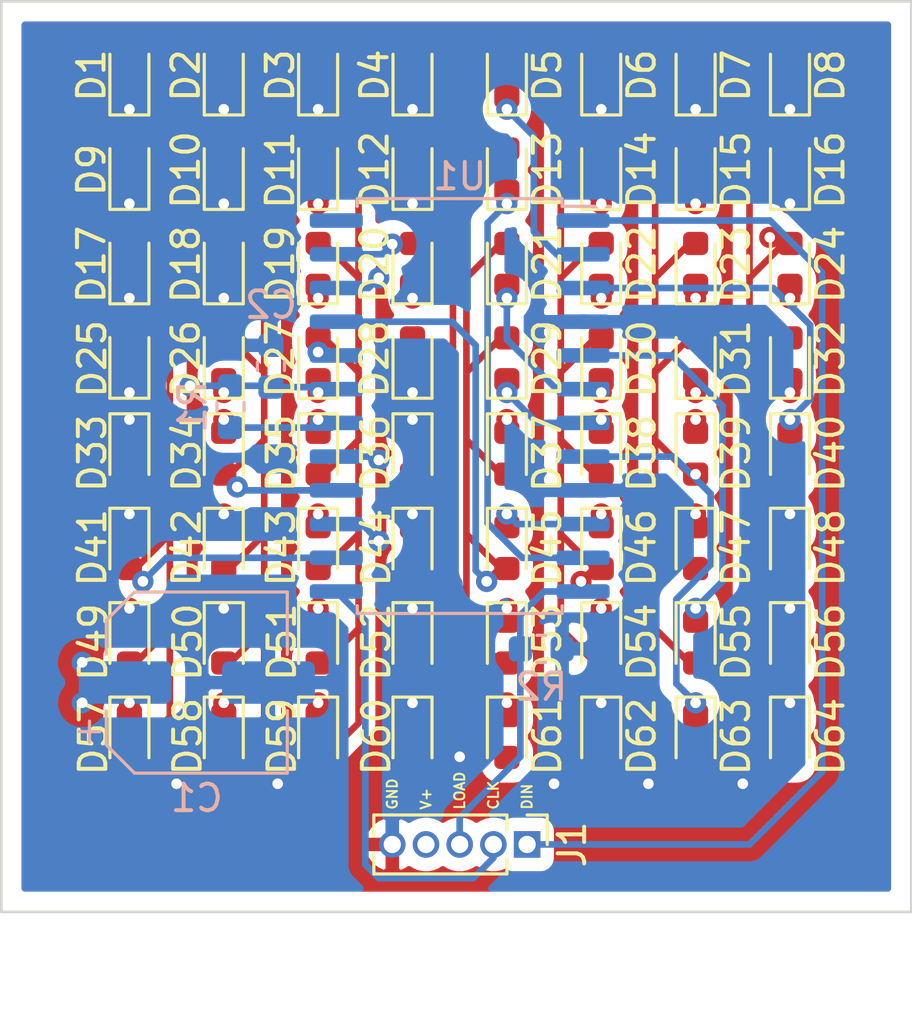
<source format=kicad_pcb>
(kicad_pcb (version 20171130) (host pcbnew 5.1.6)
  (layers (0 F.Cu signal) (1 In1.Cu signal) (2 In2.Cu power) (31 B.Cu signal) (34 B.Paste user) (35 F.Paste user) (36 B.SilkS user) (37 F.SilkS user) (38 B.Mask user) (39 F.Mask user) (44 Edge.Cuts user))
  (net 0 "")
  (net 1 GND)
  (net 2 +5V)
  (net 3 /matr0)
  (net 4 /matc0)
  (net 5 /matc1)
  (net 6 /matc2)
  (net 7 /matc3)
  (net 8 /matc4)
  (net 9 /matc5)
  (net 10 /matc6)
  (net 11 /matc7)
  (net 12 /matr1)
  (net 13 /matr2)
  (net 14 /matr3)
  (net 15 /matr4)
  (net 16 /matr5)
  (net 17 /matr6)
  (net 18 /matr7)
  (net 19 LOAD)
  (net 20 CLK)
  (net 21 DIN)
  (net 22 "Net-(R1-Pad2)")
  (module Package_SO:SOP-24_7.5x15.4mm_P1.27mm (layer B.Cu) (at 151.384 98.552 180)
    (fp_text reference U1 (at 0 8.65) (layer B.SilkS) (effects (justify mirror)))
    (fp_text value MAX7219)
    (pad 24 smd roundrect (at 4.65 6.985 180) (size 2 0.55) (layers B.Cu B.Paste B.Mask))
    (pad 23 smd roundrect (at 4.65 5.715 180) (size 2 0.55) (layers B.Cu B.Paste B.Mask) (net 7 /matc3))
    (pad 22 smd roundrect (at 4.65 4.445 180) (size 2 0.55) (layers B.Cu B.Paste B.Mask) (net 11 /matc7))
    (pad 21 smd roundrect (at 4.65 3.175 180) (size 2 0.55) (layers B.Cu B.Paste B.Mask) (net 8 /matc4))
    (pad 20 smd roundrect (at 4.65 1.905 180) (size 2 0.55) (layers B.Cu B.Paste B.Mask) (net 6 /matc2))
    (pad 19 smd roundrect (at 4.65 0.635 180) (size 2 0.55) (layers B.Cu B.Paste B.Mask) (net 2 +5V))
    (pad 18 smd roundrect (at 4.65 -0.635 180) (size 2 0.55) (layers B.Cu B.Paste B.Mask) (net 22 "Net-(R1-Pad2)"))
    (pad 17 smd roundrect (at 4.65 -1.905 180) (size 2 0.55) (layers B.Cu B.Paste B.Mask) (net 10 /matc6))
    (pad 16 smd roundrect (at 4.65 -3.175 180) (size 2 0.55) (layers B.Cu B.Paste B.Mask) (net 5 /matc1))
    (pad 15 smd roundrect (at 4.65 -4.445 180) (size 2 0.55) (layers B.Cu B.Paste B.Mask) (net 9 /matc5))
    (pad 14 smd roundrect (at 4.65 -5.715 180) (size 2 0.55) (layers B.Cu B.Paste B.Mask) (net 4 /matc0))
    (pad 13 smd roundrect (at 4.65 -6.985 180) (size 2 0.55) (layers B.Cu B.Paste B.Mask) (net 20 CLK))
    (pad 12 smd roundrect (at -4.65 -6.985 180) (size 2 0.55) (layers B.Cu B.Paste B.Mask) (net 19 LOAD))
    (pad 11 smd roundrect (at -4.65 -5.715 180) (size 2 0.55) (layers B.Cu B.Paste B.Mask) (net 12 /matr1))
    (pad 10 smd roundrect (at -4.65 -4.445 180) (size 2 0.55) (layers B.Cu B.Paste B.Mask) (net 16 /matr5))
    (pad 9 smd roundrect (at -4.65 -3.175 180) (size 2 0.55) (layers B.Cu B.Paste B.Mask) (net 1 GND))
    (pad 8 smd roundrect (at -4.65 -1.905 180) (size 2 0.55) (layers B.Cu B.Paste B.Mask) (net 18 /matr7))
    (pad 7 smd roundrect (at -4.65 -0.635 180) (size 2 0.55) (layers B.Cu B.Paste B.Mask) (net 14 /matr3))
    (pad 6 smd roundrect (at -4.65 0.635 180) (size 2 0.55) (layers B.Cu B.Paste B.Mask) (net 13 /matr2))
    (pad 5 smd roundrect (at -4.65 1.905 180) (size 2 0.55) (layers B.Cu B.Paste B.Mask) (net 17 /matr6))
    (pad 4 smd roundrect (at -4.65 3.175 180) (size 2 0.55) (layers B.Cu B.Paste B.Mask) (net 1 GND))
    (pad 3 smd roundrect (at -4.65 4.445 180) (size 2 0.55) (layers B.Cu B.Paste B.Mask) (net 15 /matr4))
    (pad 2 smd roundrect (at -4.65 5.715 180) (size 2 0.55) (layers B.Cu B.Paste B.Mask) (net 3 /matr0))
    (pad 1 smd roundrect (at -4.65 6.985 180) (size 2 0.55) (layers B.Cu B.Paste B.Mask) (net 21 DIN))
  )
  (module Connector_PinHeader_1.27mm:PinHeader_1x05_P1.27mm_Vertical (layer F.Cu) (at 153.924 115.062 270)
    (fp_text reference J1 (at 0 -1.695 90) (layer F.SilkS))
    (fp_text value Conn_01x05_Male)
    (pad 5 thru_hole oval (at 0 5.08 270) (size 1 1) (drill 0.65) (layers *.Cu *.Mask) (net 1 GND))
    (pad 4 thru_hole oval (at 0 3.81 270) (size 1 1) (drill 0.65) (layers *.Cu *.Mask) (net 2 +5V))
    (pad 3 thru_hole oval (at 0 2.54 270) (size 1 1) (drill 0.65) (layers *.Cu *.Mask) (net 19 LOAD))
    (pad 2 thru_hole oval (at 0 1.27 270) (size 1 1) (drill 0.65) (layers *.Cu *.Mask) (net 20 CLK))
    (pad 1 thru_hole rect (at 0 0 270) (size 1 1) (drill 0.65) (layers *.Cu *.Mask) (net 21 DIN))
  )
  (module Capacitor_SMD:C_0603_1608Metric (layer B.Cu) (at 144.272 97.0535 90)
    (fp_text reference C2 (at 2.3115 0 180) (layer B.SilkS) (effects (justify mirror)))
    (fp_text value 100nF)
    (pad 2 smd roundrect (at 0.7875 0 90) (size 0.875 0.95) (layers B.Cu B.Paste B.Mask) (net 1 GND))
    (pad 1 smd roundrect (at -0.7875 0 90) (size 0.875 0.95) (layers B.Cu B.Paste B.Mask) (net 2 +5V))
  )
  (module Capacitor_SMD:CP_Elec_6.3x3 (layer B.Cu) (at 141.478 108.966)
    (fp_text reference C1 (at 0 4.35) (layer B.SilkS) (effects (justify mirror)))
    (fp_text value 10uF)
    (pad 2 smd roundrect (at 2.7 0) (size 3.5 1.6) (layers B.Cu B.Paste B.Mask) (roundrect_rratio 0.15625) (net 1 GND))
    (pad 1 smd roundrect (at -2.7 0) (size 3.5 1.6) (layers B.Cu B.Paste B.Mask) (roundrect_rratio 0.15625) (net 2 +5V))
  )
  (module LED_SMD:LED_0603_1608Metric (layer F.Cu) (at 138.938 86.106 90)
    (fp_text reference D1 (at 0 -1.43 90) (layer F.SilkS))
    (fp_text value LED)
    (pad 1 smd roundrect (at -0.7875 0 90) (size 0.875 0.95) (layers F.Cu F.Paste F.Mask) (net 3 /matr0))
    (pad 2 smd roundrect (at 0.7875 0 90) (size 0.875 0.95) (layers F.Cu F.Paste F.Mask) (net 4 /matc0))
  )
  (module LED_SMD:LED_0603_1608Metric (layer F.Cu) (at 142.494 86.106 90)
    (fp_text reference D2 (at 0 -1.43 90) (layer F.SilkS))
    (fp_text value LED)
    (pad 2 smd roundrect (at 0.7875 0 90) (size 0.875 0.95) (layers F.Cu F.Paste F.Mask) (net 5 /matc1))
    (pad 1 smd roundrect (at -0.7875 0 90) (size 0.875 0.95) (layers F.Cu F.Paste F.Mask) (net 3 /matr0))
  )
  (module LED_SMD:LED_0603_1608Metric (layer F.Cu) (at 146.05 86.106 90)
    (fp_text reference D3 (at 0 -1.43 90) (layer F.SilkS))
    (fp_text value LED)
    (pad 1 smd roundrect (at -0.7875 0 90) (size 0.875 0.95) (layers F.Cu F.Paste F.Mask) (net 3 /matr0))
    (pad 2 smd roundrect (at 0.7875 0 90) (size 0.875 0.95) (layers F.Cu F.Paste F.Mask) (net 6 /matc2))
  )
  (module LED_SMD:LED_0603_1608Metric (layer F.Cu) (at 149.606 86.106 90)
    (fp_text reference D4 (at 0 -1.43 90) (layer F.SilkS))
    (fp_text value LED)
    (pad 1 smd roundrect (at -0.7875 0 90) (size 0.875 0.95) (layers F.Cu F.Paste F.Mask) (net 3 /matr0))
    (pad 2 smd roundrect (at 0.7875 0 90) (size 0.875 0.95) (layers F.Cu F.Paste F.Mask) (net 7 /matc3))
  )
  (module LED_SMD:LED_0603_1608Metric (layer F.Cu) (at 153.162 86.106 90)
    (fp_text reference D5 (at 0 1.524 90) (layer F.SilkS))
    (fp_text value LED)
    (pad 1 smd roundrect (at -0.7875 0 90) (size 0.875 0.95) (layers F.Cu F.Paste F.Mask) (net 3 /matr0))
    (pad 2 smd roundrect (at 0.7875 0 90) (size 0.875 0.95) (layers F.Cu F.Paste F.Mask) (net 8 /matc4))
  )
  (module LED_SMD:LED_0603_1608Metric (layer F.Cu) (at 156.718 86.106 90)
    (fp_text reference D6 (at 0 1.524 90) (layer F.SilkS))
    (fp_text value LED)
    (pad 2 smd roundrect (at 0.7875 0 90) (size 0.875 0.95) (layers F.Cu F.Paste F.Mask) (net 9 /matc5))
    (pad 1 smd roundrect (at -0.7875 0 90) (size 0.875 0.95) (layers F.Cu F.Paste F.Mask) (net 3 /matr0))
  )
  (module LED_SMD:LED_0603_1608Metric (layer F.Cu) (at 160.274 86.106 90)
    (fp_text reference D7 (at 0 1.524 90) (layer F.SilkS))
    (fp_text value LED)
    (pad 1 smd roundrect (at -0.7875 0 90) (size 0.875 0.95) (layers F.Cu F.Paste F.Mask) (net 3 /matr0))
    (pad 2 smd roundrect (at 0.7875 0 90) (size 0.875 0.95) (layers F.Cu F.Paste F.Mask) (net 10 /matc6))
  )
  (module LED_SMD:LED_0603_1608Metric (layer F.Cu) (at 163.83 86.106 90)
    (fp_text reference D8 (at 0 1.524 90) (layer F.SilkS))
    (fp_text value LED)
    (pad 2 smd roundrect (at 0.7875 0 90) (size 0.875 0.95) (layers F.Cu F.Paste F.Mask) (net 11 /matc7))
    (pad 1 smd roundrect (at -0.7875 0 90) (size 0.875 0.95) (layers F.Cu F.Paste F.Mask) (net 3 /matr0))
  )
  (module LED_SMD:LED_0603_1608Metric (layer F.Cu) (at 138.938 89.662 90)
    (fp_text reference D9 (at 0 -1.43 90) (layer F.SilkS))
    (fp_text value LED)
    (pad 1 smd roundrect (at -0.7875 0 90) (size 0.875 0.95) (layers F.Cu F.Paste F.Mask) (net 12 /matr1))
    (pad 2 smd roundrect (at 0.7875 0 90) (size 0.875 0.95) (layers F.Cu F.Paste F.Mask) (net 4 /matc0))
  )
  (module LED_SMD:LED_0603_1608Metric (layer F.Cu) (at 142.494 89.662 90)
    (fp_text reference D10 (at 0 -1.43 90) (layer F.SilkS))
    (fp_text value LED)
    (pad 2 smd roundrect (at 0.7875 0 90) (size 0.875 0.95) (layers F.Cu F.Paste F.Mask) (net 5 /matc1))
    (pad 1 smd roundrect (at -0.7875 0 90) (size 0.875 0.95) (layers F.Cu F.Paste F.Mask) (net 12 /matr1))
  )
  (module LED_SMD:LED_0603_1608Metric (layer F.Cu) (at 146.05 89.662 90)
    (fp_text reference D11 (at 0 -1.43 90) (layer F.SilkS))
    (fp_text value LED)
    (pad 1 smd roundrect (at -0.7875 0 90) (size 0.875 0.95) (layers F.Cu F.Paste F.Mask) (net 12 /matr1))
    (pad 2 smd roundrect (at 0.7875 0 90) (size 0.875 0.95) (layers F.Cu F.Paste F.Mask) (net 6 /matc2))
  )
  (module LED_SMD:LED_0603_1608Metric (layer F.Cu) (at 149.606 89.662 90)
    (fp_text reference D12 (at 0 -1.43 90) (layer F.SilkS))
    (fp_text value LED)
    (pad 1 smd roundrect (at -0.7875 0 90) (size 0.875 0.95) (layers F.Cu F.Paste F.Mask) (net 12 /matr1))
    (pad 2 smd roundrect (at 0.7875 0 90) (size 0.875 0.95) (layers F.Cu F.Paste F.Mask) (net 7 /matc3))
  )
  (module LED_SMD:LED_0603_1608Metric (layer F.Cu) (at 153.162 89.662 90)
    (fp_text reference D13 (at 0 1.524 90) (layer F.SilkS))
    (fp_text value LED)
    (pad 2 smd roundrect (at 0.7875 0 90) (size 0.875 0.95) (layers F.Cu F.Paste F.Mask) (net 8 /matc4))
    (pad 1 smd roundrect (at -0.7875 0 90) (size 0.875 0.95) (layers F.Cu F.Paste F.Mask) (net 12 /matr1))
  )
  (module LED_SMD:LED_0603_1608Metric (layer F.Cu) (at 156.718 89.662 90)
    (fp_text reference D14 (at 0 1.524 90) (layer F.SilkS))
    (fp_text value LED)
    (pad 1 smd roundrect (at -0.7875 0 90) (size 0.875 0.95) (layers F.Cu F.Paste F.Mask) (net 12 /matr1))
    (pad 2 smd roundrect (at 0.7875 0 90) (size 0.875 0.95) (layers F.Cu F.Paste F.Mask) (net 9 /matc5))
  )
  (module LED_SMD:LED_0603_1608Metric (layer F.Cu) (at 160.274 89.662 90)
    (fp_text reference D15 (at 0 1.524 90) (layer F.SilkS))
    (fp_text value LED)
    (pad 2 smd roundrect (at 0.7875 0 90) (size 0.875 0.95) (layers F.Cu F.Paste F.Mask) (net 10 /matc6))
    (pad 1 smd roundrect (at -0.7875 0 90) (size 0.875 0.95) (layers F.Cu F.Paste F.Mask) (net 12 /matr1))
  )
  (module LED_SMD:LED_0603_1608Metric (layer F.Cu) (at 163.83 89.662 90)
    (fp_text reference D16 (at 0 1.524 90) (layer F.SilkS))
    (fp_text value LED)
    (pad 1 smd roundrect (at -0.7875 0 90) (size 0.875 0.95) (layers F.Cu F.Paste F.Mask) (net 12 /matr1))
    (pad 2 smd roundrect (at 0.7875 0 90) (size 0.875 0.95) (layers F.Cu F.Paste F.Mask) (net 11 /matc7))
  )
  (module LED_SMD:LED_0603_1608Metric (layer F.Cu) (at 138.938 93.218 90)
    (fp_text reference D17 (at 0 -1.43 90) (layer F.SilkS))
    (fp_text value LED)
    (pad 1 smd roundrect (at -0.7875 0 90) (size 0.875 0.95) (layers F.Cu F.Paste F.Mask) (net 13 /matr2))
    (pad 2 smd roundrect (at 0.7875 0 90) (size 0.875 0.95) (layers F.Cu F.Paste F.Mask) (net 4 /matc0))
  )
  (module LED_SMD:LED_0603_1608Metric (layer F.Cu) (at 142.494 93.218 90)
    (fp_text reference D18 (at 0 -1.43 90) (layer F.SilkS))
    (fp_text value LED)
    (pad 2 smd roundrect (at 0.7875 0 90) (size 0.875 0.95) (layers F.Cu F.Paste F.Mask) (net 5 /matc1))
    (pad 1 smd roundrect (at -0.7875 0 90) (size 0.875 0.95) (layers F.Cu F.Paste F.Mask) (net 13 /matr2))
  )
  (module LED_SMD:LED_0603_1608Metric (layer F.Cu) (at 146.05 93.218 90)
    (fp_text reference D19 (at 0 -1.43 90) (layer F.SilkS))
    (fp_text value LED)
    (pad 1 smd roundrect (at -0.7875 0 90) (size 0.875 0.95) (layers F.Cu F.Paste F.Mask) (net 13 /matr2))
    (pad 2 smd roundrect (at 0.7875 0 90) (size 0.875 0.95) (layers F.Cu F.Paste F.Mask) (net 6 /matc2))
  )
  (module LED_SMD:LED_0603_1608Metric (layer F.Cu) (at 149.606 93.218 90)
    (fp_text reference D20 (at 0 -1.43 90) (layer F.SilkS))
    (fp_text value LED)
    (pad 2 smd roundrect (at 0.7875 0 90) (size 0.875 0.95) (layers F.Cu F.Paste F.Mask) (net 7 /matc3))
    (pad 1 smd roundrect (at -0.7875 0 90) (size 0.875 0.95) (layers F.Cu F.Paste F.Mask) (net 13 /matr2))
  )
  (module LED_SMD:LED_0603_1608Metric (layer F.Cu) (at 153.162 93.218 90)
    (fp_text reference D21 (at 0 1.524 90) (layer F.SilkS))
    (fp_text value LED)
    (pad 1 smd roundrect (at -0.7875 0 90) (size 0.875 0.95) (layers F.Cu F.Paste F.Mask) (net 13 /matr2))
    (pad 2 smd roundrect (at 0.7875 0 90) (size 0.875 0.95) (layers F.Cu F.Paste F.Mask) (net 8 /matc4))
  )
  (module LED_SMD:LED_0603_1608Metric (layer F.Cu) (at 156.718 93.218 90)
    (fp_text reference D22 (at 0 1.524 90) (layer F.SilkS))
    (fp_text value LED)
    (pad 2 smd roundrect (at 0.7875 0 90) (size 0.875 0.95) (layers F.Cu F.Paste F.Mask) (net 9 /matc5))
    (pad 1 smd roundrect (at -0.7875 0 90) (size 0.875 0.95) (layers F.Cu F.Paste F.Mask) (net 13 /matr2))
  )
  (module LED_SMD:LED_0603_1608Metric (layer F.Cu) (at 160.274 93.218 90)
    (fp_text reference D23 (at 0 1.524 90) (layer F.SilkS))
    (fp_text value LED)
    (pad 1 smd roundrect (at -0.7875 0 90) (size 0.875 0.95) (layers F.Cu F.Paste F.Mask) (net 13 /matr2))
    (pad 2 smd roundrect (at 0.7875 0 90) (size 0.875 0.95) (layers F.Cu F.Paste F.Mask) (net 10 /matc6))
  )
  (module LED_SMD:LED_0603_1608Metric (layer F.Cu) (at 163.83 93.218 90)
    (fp_text reference D24 (at 0 1.524 90) (layer F.SilkS))
    (fp_text value LED)
    (pad 1 smd roundrect (at -0.7875 0 90) (size 0.875 0.95) (layers F.Cu F.Paste F.Mask) (net 13 /matr2))
    (pad 2 smd roundrect (at 0.7875 0 90) (size 0.875 0.95) (layers F.Cu F.Paste F.Mask) (net 11 /matc7))
  )
  (module LED_SMD:LED_0603_1608Metric (layer F.Cu) (at 138.938 96.774 90)
    (fp_text reference D25 (at 0 -1.397 90) (layer F.SilkS))
    (fp_text value LED)
    (pad 2 smd roundrect (at 0.7875 0 90) (size 0.875 0.95) (layers F.Cu F.Paste F.Mask) (net 4 /matc0))
    (pad 1 smd roundrect (at -0.7875 0 90) (size 0.875 0.95) (layers F.Cu F.Paste F.Mask) (net 14 /matr3))
  )
  (module LED_SMD:LED_0603_1608Metric (layer F.Cu) (at 142.494 96.774 90)
    (fp_text reference D26 (at 0 -1.43 90) (layer F.SilkS))
    (fp_text value LED)
    (pad 1 smd roundrect (at -0.7875 0 90) (size 0.875 0.95) (layers F.Cu F.Paste F.Mask) (net 14 /matr3))
    (pad 2 smd roundrect (at 0.7875 0 90) (size 0.875 0.95) (layers F.Cu F.Paste F.Mask) (net 5 /matc1))
  )
  (module LED_SMD:LED_0603_1608Metric (layer F.Cu) (at 146.05 96.774 90)
    (fp_text reference D27 (at 0 -1.43 90) (layer F.SilkS))
    (fp_text value LED)
    (pad 2 smd roundrect (at 0.7875 0 90) (size 0.875 0.95) (layers F.Cu F.Paste F.Mask) (net 6 /matc2))
    (pad 1 smd roundrect (at -0.7875 0 90) (size 0.875 0.95) (layers F.Cu F.Paste F.Mask) (net 14 /matr3))
  )
  (module LED_SMD:LED_0603_1608Metric (layer F.Cu) (at 149.606 96.774 90)
    (fp_text reference D28 (at 0 -1.43 90) (layer F.SilkS))
    (fp_text value LED)
    (pad 1 smd roundrect (at -0.7875 0 90) (size 0.875 0.95) (layers F.Cu F.Paste F.Mask) (net 14 /matr3))
    (pad 2 smd roundrect (at 0.7875 0 90) (size 0.875 0.95) (layers F.Cu F.Paste F.Mask) (net 7 /matc3))
  )
  (module LED_SMD:LED_0603_1608Metric (layer F.Cu) (at 153.162 96.774 90)
    (fp_text reference D29 (at 0 1.524 90) (layer F.SilkS))
    (fp_text value LED)
    (pad 1 smd roundrect (at -0.7875 0 90) (size 0.875 0.95) (layers F.Cu F.Paste F.Mask) (net 14 /matr3))
    (pad 2 smd roundrect (at 0.7875 0 90) (size 0.875 0.95) (layers F.Cu F.Paste F.Mask) (net 8 /matc4))
  )
  (module LED_SMD:LED_0603_1608Metric (layer F.Cu) (at 156.718 96.774 90)
    (fp_text reference D30 (at 0 1.524 90) (layer F.SilkS))
    (fp_text value LED)
    (pad 2 smd roundrect (at 0.7875 0 90) (size 0.875 0.95) (layers F.Cu F.Paste F.Mask) (net 9 /matc5))
    (pad 1 smd roundrect (at -0.7875 0 90) (size 0.875 0.95) (layers F.Cu F.Paste F.Mask) (net 14 /matr3))
  )
  (module LED_SMD:LED_0603_1608Metric (layer F.Cu) (at 160.274 96.774 90)
    (fp_text reference D31 (at 0 1.524 90) (layer F.SilkS))
    (fp_text value LED)
    (pad 1 smd roundrect (at -0.7875 0 90) (size 0.875 0.95) (layers F.Cu F.Paste F.Mask) (net 14 /matr3))
    (pad 2 smd roundrect (at 0.7875 0 90) (size 0.875 0.95) (layers F.Cu F.Paste F.Mask) (net 10 /matc6))
  )
  (module LED_SMD:LED_0603_1608Metric (layer F.Cu) (at 163.83 96.774 90)
    (fp_text reference D32 (at 0 1.524 90) (layer F.SilkS))
    (fp_text value LED)
    (pad 2 smd roundrect (at 0.7875 0 90) (size 0.875 0.95) (layers F.Cu F.Paste F.Mask) (net 11 /matc7))
    (pad 1 smd roundrect (at -0.7875 0 90) (size 0.875 0.95) (layers F.Cu F.Paste F.Mask) (net 14 /matr3))
  )
  (module LED_SMD:LED_0603_1608Metric (layer F.Cu) (at 138.938 100.33 270)
    (fp_text reference D33 (at 0 1.397 270) (layer F.SilkS))
    (fp_text value LED)
    (pad 1 smd roundrect (at -0.7875 0 270) (size 0.875 0.95) (layers F.Cu F.Paste F.Mask) (net 15 /matr4))
    (pad 2 smd roundrect (at 0.7875 0 270) (size 0.875 0.95) (layers F.Cu F.Paste F.Mask) (net 4 /matc0))
  )
  (module LED_SMD:LED_0603_1608Metric (layer F.Cu) (at 142.494 100.33 270)
    (fp_text reference D34 (at 0 1.397 90) (layer F.SilkS))
    (fp_text value LED)
    (pad 2 smd roundrect (at 0.7875 0 270) (size 0.875 0.95) (layers F.Cu F.Paste F.Mask) (net 5 /matc1))
    (pad 1 smd roundrect (at -0.7875 0 270) (size 0.875 0.95) (layers F.Cu F.Paste F.Mask) (net 15 /matr4))
  )
  (module LED_SMD:LED_0603_1608Metric (layer F.Cu) (at 146.05 100.33 270)
    (fp_text reference D35 (at 0 1.397 90) (layer F.SilkS))
    (fp_text value LED)
    (pad 1 smd roundrect (at -0.7875 0 270) (size 0.875 0.95) (layers F.Cu F.Paste F.Mask) (net 15 /matr4))
    (pad 2 smd roundrect (at 0.7875 0 270) (size 0.875 0.95) (layers F.Cu F.Paste F.Mask) (net 6 /matc2))
  )
  (module LED_SMD:LED_0603_1608Metric (layer F.Cu) (at 149.606 100.33 270)
    (fp_text reference D36 (at 0 1.397 90) (layer F.SilkS))
    (fp_text value LED)
    (pad 2 smd roundrect (at 0.7875 0 270) (size 0.875 0.95) (layers F.Cu F.Paste F.Mask) (net 7 /matc3))
    (pad 1 smd roundrect (at -0.7875 0 270) (size 0.875 0.95) (layers F.Cu F.Paste F.Mask) (net 15 /matr4))
  )
  (module LED_SMD:LED_0603_1608Metric (layer F.Cu) (at 153.162 100.33 270)
    (fp_text reference D37 (at 0 -1.524 90) (layer F.SilkS))
    (fp_text value LED)
    (pad 2 smd roundrect (at 0.7875 0 270) (size 0.875 0.95) (layers F.Cu F.Paste F.Mask) (net 8 /matc4))
    (pad 1 smd roundrect (at -0.7875 0 270) (size 0.875 0.95) (layers F.Cu F.Paste F.Mask) (net 15 /matr4))
  )
  (module LED_SMD:LED_0603_1608Metric (layer F.Cu) (at 156.718 100.33 270)
    (fp_text reference D38 (at 0 -1.524 90) (layer F.SilkS))
    (fp_text value LED)
    (pad 1 smd roundrect (at -0.7875 0 270) (size 0.875 0.95) (layers F.Cu F.Paste F.Mask) (net 15 /matr4))
    (pad 2 smd roundrect (at 0.7875 0 270) (size 0.875 0.95) (layers F.Cu F.Paste F.Mask) (net 9 /matc5))
  )
  (module LED_SMD:LED_0603_1608Metric (layer F.Cu) (at 160.274 100.33 270)
    (fp_text reference D39 (at 0 -1.524 90) (layer F.SilkS))
    (fp_text value LED)
    (pad 2 smd roundrect (at 0.7875 0 270) (size 0.875 0.95) (layers F.Cu F.Paste F.Mask) (net 10 /matc6))
    (pad 1 smd roundrect (at -0.7875 0 270) (size 0.875 0.95) (layers F.Cu F.Paste F.Mask) (net 15 /matr4))
  )
  (module LED_SMD:LED_0603_1608Metric (layer F.Cu) (at 163.83 100.33 270)
    (fp_text reference D40 (at 0 -1.524 90) (layer F.SilkS))
    (fp_text value LED)
    (pad 1 smd roundrect (at -0.7875 0 270) (size 0.875 0.95) (layers F.Cu F.Paste F.Mask) (net 15 /matr4))
    (pad 2 smd roundrect (at 0.7875 0 270) (size 0.875 0.95) (layers F.Cu F.Paste F.Mask) (net 11 /matc7))
  )
  (module LED_SMD:LED_0603_1608Metric (layer F.Cu) (at 138.938 103.886 270)
    (fp_text reference D41 (at 0 1.397 90) (layer F.SilkS))
    (fp_text value LED)
    (pad 2 smd roundrect (at 0.7875 0 270) (size 0.875 0.95) (layers F.Cu F.Paste F.Mask) (net 4 /matc0))
    (pad 1 smd roundrect (at -0.7875 0 270) (size 0.875 0.95) (layers F.Cu F.Paste F.Mask) (net 16 /matr5))
  )
  (module LED_SMD:LED_0603_1608Metric (layer F.Cu) (at 142.494 103.886 270)
    (fp_text reference D42 (at 0 1.397 90) (layer F.SilkS))
    (fp_text value LED)
    (pad 1 smd roundrect (at -0.7875 0 270) (size 0.875 0.95) (layers F.Cu F.Paste F.Mask) (net 16 /matr5))
    (pad 2 smd roundrect (at 0.7875 0 270) (size 0.875 0.95) (layers F.Cu F.Paste F.Mask) (net 5 /matc1))
  )
  (module LED_SMD:LED_0603_1608Metric (layer F.Cu) (at 146.05 103.886 270)
    (fp_text reference D43 (at 0 1.397 90) (layer F.SilkS))
    (fp_text value LED)
    (pad 2 smd roundrect (at 0.7875 0 270) (size 0.875 0.95) (layers F.Cu F.Paste F.Mask) (net 6 /matc2))
    (pad 1 smd roundrect (at -0.7875 0 270) (size 0.875 0.95) (layers F.Cu F.Paste F.Mask) (net 16 /matr5))
  )
  (module LED_SMD:LED_0603_1608Metric (layer F.Cu) (at 149.606 103.886 270)
    (fp_text reference D44 (at 0 1.364 90) (layer F.SilkS))
    (fp_text value LED)
    (pad 2 smd roundrect (at 0.7875 0 270) (size 0.875 0.95) (layers F.Cu F.Paste F.Mask) (net 7 /matc3))
    (pad 1 smd roundrect (at -0.7875 0 270) (size 0.875 0.95) (layers F.Cu F.Paste F.Mask) (net 16 /matr5))
  )
  (module LED_SMD:LED_0603_1608Metric (layer F.Cu) (at 153.162 103.886 270)
    (fp_text reference D45 (at 0 -1.524 90) (layer F.SilkS))
    (fp_text value LED)
    (pad 2 smd roundrect (at 0.7875 0 270) (size 0.875 0.95) (layers F.Cu F.Paste F.Mask) (net 8 /matc4))
    (pad 1 smd roundrect (at -0.7875 0 270) (size 0.875 0.95) (layers F.Cu F.Paste F.Mask) (net 16 /matr5))
  )
  (module LED_SMD:LED_0603_1608Metric (layer F.Cu) (at 156.718 103.886 270)
    (fp_text reference D46 (at 0 -1.524 90) (layer F.SilkS))
    (fp_text value LED)
    (pad 1 smd roundrect (at -0.7875 0 270) (size 0.875 0.95) (layers F.Cu F.Paste F.Mask) (net 16 /matr5))
    (pad 2 smd roundrect (at 0.7875 0 270) (size 0.875 0.95) (layers F.Cu F.Paste F.Mask) (net 9 /matc5))
  )
  (module LED_SMD:LED_0603_1608Metric (layer F.Cu) (at 160.274 103.886 270)
    (fp_text reference D47 (at 0 -1.524 90) (layer F.SilkS))
    (fp_text value LED)
    (pad 2 smd roundrect (at 0.7875 0 270) (size 0.875 0.95) (layers F.Cu F.Paste F.Mask) (net 10 /matc6))
    (pad 1 smd roundrect (at -0.7875 0 270) (size 0.875 0.95) (layers F.Cu F.Paste F.Mask) (net 16 /matr5))
  )
  (module LED_SMD:LED_0603_1608Metric (layer F.Cu) (at 163.83 103.886 270)
    (fp_text reference D48 (at 0 -1.524 90) (layer F.SilkS))
    (fp_text value LED)
    (pad 1 smd roundrect (at -0.7875 0 270) (size 0.875 0.95) (layers F.Cu F.Paste F.Mask) (net 16 /matr5))
    (pad 2 smd roundrect (at 0.7875 0 270) (size 0.875 0.95) (layers F.Cu F.Paste F.Mask) (net 11 /matc7))
  )
  (module LED_SMD:LED_0603_1608Metric (layer F.Cu) (at 138.938 107.442 270)
    (fp_text reference D49 (at 0 1.364 90) (layer F.SilkS))
    (fp_text value LED)
    (pad 2 smd roundrect (at 0.7875 0 270) (size 0.875 0.95) (layers F.Cu F.Paste F.Mask) (net 4 /matc0))
    (pad 1 smd roundrect (at -0.7875 0 270) (size 0.875 0.95) (layers F.Cu F.Paste F.Mask) (net 17 /matr6))
  )
  (module LED_SMD:LED_0603_1608Metric (layer F.Cu) (at 142.494 107.442 270)
    (fp_text reference D50 (at 0 1.364 90) (layer F.SilkS))
    (fp_text value LED)
    (pad 1 smd roundrect (at -0.7875 0 270) (size 0.875 0.95) (layers F.Cu F.Paste F.Mask) (net 17 /matr6))
    (pad 2 smd roundrect (at 0.7875 0 270) (size 0.875 0.95) (layers F.Cu F.Paste F.Mask) (net 5 /matc1))
  )
  (module LED_SMD:LED_0603_1608Metric (layer F.Cu) (at 146.05 107.442 270)
    (fp_text reference D51 (at 0 1.364 90) (layer F.SilkS))
    (fp_text value LED)
    (pad 2 smd roundrect (at 0.7875 0 270) (size 0.875 0.95) (layers F.Cu F.Paste F.Mask) (net 6 /matc2))
    (pad 1 smd roundrect (at -0.7875 0 270) (size 0.875 0.95) (layers F.Cu F.Paste F.Mask) (net 17 /matr6))
  )
  (module LED_SMD:LED_0603_1608Metric (layer F.Cu) (at 149.606 107.442 270)
    (fp_text reference D52 (at 0 1.364 90) (layer F.SilkS))
    (fp_text value LED)
    (pad 1 smd roundrect (at -0.7875 0 270) (size 0.875 0.95) (layers F.Cu F.Paste F.Mask) (net 17 /matr6))
    (pad 2 smd roundrect (at 0.7875 0 270) (size 0.875 0.95) (layers F.Cu F.Paste F.Mask) (net 7 /matc3))
  )
  (module LED_SMD:LED_0603_1608Metric (layer F.Cu) (at 153.162 107.442 270)
    (fp_text reference D53 (at 0 -1.524 90) (layer F.SilkS))
    (fp_text value LED)
    (pad 1 smd roundrect (at -0.7875 0 270) (size 0.875 0.95) (layers F.Cu F.Paste F.Mask) (net 17 /matr6))
    (pad 2 smd roundrect (at 0.7875 0 270) (size 0.875 0.95) (layers F.Cu F.Paste F.Mask) (net 8 /matc4))
  )
  (module LED_SMD:LED_0603_1608Metric (layer F.Cu) (at 156.718 107.442 270)
    (fp_text reference D54 (at 0 -1.524 90) (layer F.SilkS))
    (fp_text value LED)
    (pad 2 smd roundrect (at 0.7875 0 270) (size 0.875 0.95) (layers F.Cu F.Paste F.Mask) (net 9 /matc5))
    (pad 1 smd roundrect (at -0.7875 0 270) (size 0.875 0.95) (layers F.Cu F.Paste F.Mask) (net 17 /matr6))
  )
  (module LED_SMD:LED_0603_1608Metric (layer F.Cu) (at 160.274 107.442 270)
    (fp_text reference D55 (at 0 -1.524 90) (layer F.SilkS))
    (fp_text value LED)
    (pad 1 smd roundrect (at -0.7875 0 270) (size 0.875 0.95) (layers F.Cu F.Paste F.Mask) (net 17 /matr6))
    (pad 2 smd roundrect (at 0.7875 0 270) (size 0.875 0.95) (layers F.Cu F.Paste F.Mask) (net 10 /matc6))
  )
  (module LED_SMD:LED_0603_1608Metric (layer F.Cu) (at 163.83 107.442 270)
    (fp_text reference D56 (at 0 -1.524 90) (layer F.SilkS))
    (fp_text value LED)
    (pad 2 smd roundrect (at 0.7875 0 270) (size 0.875 0.95) (layers F.Cu F.Paste F.Mask) (net 11 /matc7))
    (pad 1 smd roundrect (at -0.7875 0 270) (size 0.875 0.95) (layers F.Cu F.Paste F.Mask) (net 17 /matr6))
  )
  (module LED_SMD:LED_0603_1608Metric (layer F.Cu) (at 138.938 110.998 270)
    (fp_text reference D57 (at 0 1.364 90) (layer F.SilkS))
    (fp_text value LED)
    (pad 1 smd roundrect (at -0.7875 0 270) (size 0.875 0.95) (layers F.Cu F.Paste F.Mask) (net 18 /matr7))
    (pad 2 smd roundrect (at 0.7875 0 270) (size 0.875 0.95) (layers F.Cu F.Paste F.Mask) (net 4 /matc0))
  )
  (module LED_SMD:LED_0603_1608Metric (layer F.Cu) (at 142.494 110.998 270)
    (fp_text reference D58 (at 0 1.364 90) (layer F.SilkS))
    (fp_text value LED)
    (pad 2 smd roundrect (at 0.7875 0 270) (size 0.875 0.95) (layers F.Cu F.Paste F.Mask) (net 5 /matc1))
    (pad 1 smd roundrect (at -0.7875 0 270) (size 0.875 0.95) (layers F.Cu F.Paste F.Mask) (net 18 /matr7))
  )
  (module LED_SMD:LED_0603_1608Metric (layer F.Cu) (at 146.05 110.998 270)
    (fp_text reference D59 (at 0 1.364 90) (layer F.SilkS))
    (fp_text value LED)
    (pad 1 smd roundrect (at -0.7875 0 270) (size 0.875 0.95) (layers F.Cu F.Paste F.Mask) (net 18 /matr7))
    (pad 2 smd roundrect (at 0.7875 0 270) (size 0.875 0.95) (layers F.Cu F.Paste F.Mask) (net 6 /matc2))
  )
  (module LED_SMD:LED_0603_1608Metric (layer F.Cu) (at 149.606 110.998 270)
    (fp_text reference D60 (at 0 1.364 90) (layer F.SilkS))
    (fp_text value LED)
    (pad 2 smd roundrect (at 0.7875 0 270) (size 0.875 0.95) (layers F.Cu F.Paste F.Mask) (net 7 /matc3))
    (pad 1 smd roundrect (at -0.7875 0 270) (size 0.875 0.95) (layers F.Cu F.Paste F.Mask) (net 18 /matr7))
  )
  (module LED_SMD:LED_0603_1608Metric (layer F.Cu) (at 153.162 110.998 270)
    (fp_text reference D61 (at 0 -1.524 90) (layer F.SilkS))
    (fp_text value LED)
    (pad 2 smd roundrect (at 0.7875 0 270) (size 0.875 0.95) (layers F.Cu F.Paste F.Mask) (net 8 /matc4))
    (pad 1 smd roundrect (at -0.7875 0 270) (size 0.875 0.95) (layers F.Cu F.Paste F.Mask) (net 18 /matr7))
  )
  (module LED_SMD:LED_0603_1608Metric (layer F.Cu) (at 156.718 110.998 270)
    (fp_text reference D62 (at 0 -1.524 90) (layer F.SilkS))
    (fp_text value LED)
    (pad 2 smd roundrect (at 0.7875 0 270) (size 0.875 0.95) (layers F.Cu F.Paste F.Mask) (net 9 /matc5))
    (pad 1 smd roundrect (at -0.7875 0 270) (size 0.875 0.95) (layers F.Cu F.Paste F.Mask) (net 18 /matr7))
  )
  (module LED_SMD:LED_0603_1608Metric (layer F.Cu) (at 160.274 110.998 270)
    (fp_text reference D63 (at 0 -1.524 90) (layer F.SilkS))
    (fp_text value LED)
    (pad 1 smd roundrect (at -0.7875 0 270) (size 0.875 0.95) (layers F.Cu F.Paste F.Mask) (net 18 /matr7))
    (pad 2 smd roundrect (at 0.7875 0 270) (size 0.875 0.95) (layers F.Cu F.Paste F.Mask) (net 10 /matc6))
  )
  (module LED_SMD:LED_0603_1608Metric (layer F.Cu) (at 163.83 110.998 270)
    (fp_text reference D64 (at 0 -1.524 90) (layer F.SilkS))
    (fp_text value LED)
    (pad 1 smd roundrect (at -0.7875 0 270) (size 0.875 0.95) (layers F.Cu F.Paste F.Mask) (net 18 /matr7))
    (pad 2 smd roundrect (at 0.7875 0 270) (size 0.875 0.95) (layers F.Cu F.Paste F.Mask) (net 11 /matc7))
  )
  (module Resistor_SMD:R_0603_1608Metric (layer B.Cu) (at 142.748 98.5775 270)
    (fp_text reference R1 (at 0 1.43 90) (layer B.SilkS) (effects (justify mirror)))
    (fp_text value 27k)
    (pad 1 smd roundrect (at -0.7875 0 270) (size 0.875 0.95) (layers B.Cu B.Paste B.Mask) (net 2 +5V))
    (pad 2 smd roundrect (at 0.7875 0 270) (size 0.875 0.95) (layers B.Cu B.Paste B.Mask) (net 22 "Net-(R1-Pad2)"))
  )
  (module Resistor_SMD:R_0603_1608Metric (layer B.Cu) (at 154.4575 107.696)
    (fp_text reference R2 (at 0 1.43 180) (layer B.SilkS) (effects (justify mirror)))
    (fp_text value 10k)
    (pad 2 smd roundrect (at 0.7875 0) (size 0.875 0.95) (layers B.Cu B.Paste B.Mask) (net 1 GND))
    (pad 1 smd roundrect (at -0.7875 0) (size 0.875 0.95) (layers B.Cu B.Paste B.Mask) (net 19 LOAD))
  )
  (gr_line (start 134.112 117.602) (end 134.112 83.312) (layer Edge.Cuts) (width 0.1))
  (gr_line (start 168.402 117.602) (end 134.112 117.602) (layer Edge.Cuts) (width 0.1))
  (gr_line (start 168.402 83.312) (end 168.402 117.602) (layer Edge.Cuts) (width 0.1))
  (gr_line (start 134.112 83.312) (end 168.402 83.312) (layer Edge.Cuts) (width 0.1))
  (gr_text DIN (at 153.924 113.792 90) (layer F.SilkS) (effects (font (size 0.381 0.381) (thickness 0.0762)) (justify left)))
  (gr_text CLK (at 152.654 113.792 90) (layer F.SilkS) (effects (font (size 0.381 0.381) (thickness 0.0762)) (justify left)))
  (gr_text LOAD (at 151.384 113.792 90) (layer F.SilkS) (effects (font (size 0.381 0.381) (thickness 0.0762)) (justify left)))
  (gr_text V+ (at 150.114 113.792 90) (layer F.SilkS) (effects (font (size 0.381 0.381) (thickness 0.0762)) (justify left)))
  (gr_text GND (at 148.844 113.792 90) (layer F.SilkS) (effects (font (size 0.381 0.381) (thickness 0.0762)) (justify left)))
  (via (at 154.94 112.776) (size 0.8) (drill 0.4) (layers F.Cu B.Cu) (net 1))
  (via (at 158.496 112.776) (size 0.8) (drill 0.4) (layers F.Cu B.Cu) (net 1))
  (via (at 162.052 112.776) (size 0.8) (drill 0.4) (layers F.Cu B.Cu) (net 1))
  (via (at 151.384 111.76) (size 0.8) (drill 0.4) (layers F.Cu B.Cu) (net 1))
  (via (at 144.526 112.776) (size 0.8) (drill 0.4) (layers F.Cu B.Cu) (net 1))
  (via (at 140.716 112.776) (size 0.8) (drill 0.4) (layers F.Cu B.Cu) (net 1))
  (via blind (at 141.224 97.79) (size 0.8) (drill 0.4) (layers In2.Cu B.Cu) (net 2))
  (via blind (at 137.16 109.728) (size 0.8) (drill 0.4) (layers In2.Cu B.Cu) (net 2))
  (via blind (at 137.16 108.204) (size 0.8) (drill 0.4) (layers In2.Cu B.Cu) (net 2))
  (segment (start 146.658 97.993) (end 146.734 97.917) (width 0.25) (layer B.Cu) (net 2))
  (segment (start 146.658 97.841) (end 146.734 97.917) (width 0.25) (layer B.Cu) (net 2))
  (segment (start 144.272 97.841) (end 146.658 97.841) (width 0.25) (layer B.Cu) (net 2))
  (segment (start 144.221 97.79) (end 144.272 97.841) (width 0.25) (layer B.Cu) (net 2))
  (segment (start 142.748 97.79) (end 144.221 97.79) (width 0.25) (layer B.Cu) (net 2))
  (segment (start 141.224 97.79) (end 142.748 97.79) (width 0.25) (layer B.Cu) (net 2))
  (via blind (at 142.494 87.376) (size 0.8) (drill 0.4) (layers F.Cu In1.Cu) (net 3))
  (via blind (at 138.938 87.376) (size 0.8) (drill 0.4) (layers F.Cu In1.Cu) (net 3))
  (via blind (at 146.05 87.376) (size 0.8) (drill 0.4) (layers F.Cu In1.Cu) (net 3))
  (via blind (at 149.606 87.376) (size 0.8) (drill 0.4) (layers F.Cu In1.Cu) (net 3))
  (via (at 153.162 87.376) (size 0.8) (drill 0.4) (layers F.Cu B.Cu) (net 3))
  (via blind (at 156.718 87.376) (size 0.8) (drill 0.4) (layers F.Cu In1.Cu) (net 3))
  (via blind (at 160.274 87.376) (size 0.8) (drill 0.4) (layers F.Cu In1.Cu) (net 3))
  (via blind (at 163.83 87.376) (size 0.8) (drill 0.4) (layers F.Cu In1.Cu) (net 3))
  (segment (start 155.034 92.837) (end 154.178 91.981) (width 0.25) (layer B.Cu) (net 3))
  (segment (start 156.034 92.837) (end 155.034 92.837) (width 0.25) (layer B.Cu) (net 3))
  (segment (start 154.178 88.392) (end 153.162 87.376) (width 0.25) (layer B.Cu) (net 3))
  (segment (start 154.178 91.981) (end 154.178 88.392) (width 0.25) (layer B.Cu) (net 3))
  (segment (start 138.938 87.376) (end 138.938 86.8935) (width 0.25) (layer F.Cu) (net 3))
  (segment (start 142.494 87.376) (end 142.494 86.8935) (width 0.25) (layer F.Cu) (net 3))
  (segment (start 146.05 87.376) (end 146.05 86.8935) (width 0.25) (layer F.Cu) (net 3))
  (segment (start 149.606 87.376) (end 149.606 86.8935) (width 0.25) (layer F.Cu) (net 3))
  (segment (start 153.162 87.376) (end 153.162 86.8935) (width 0.25) (layer F.Cu) (net 3))
  (segment (start 156.718 87.376) (end 156.718 86.8935) (width 0.25) (layer F.Cu) (net 3))
  (segment (start 160.274 87.376) (end 160.274 86.8935) (width 0.25) (layer F.Cu) (net 3))
  (segment (start 163.83 87.376) (end 163.83 86.8935) (width 0.25) (layer F.Cu) (net 3))
  (via (at 139.446 105.156) (size 0.8) (drill 0.4) (layers F.Cu B.Cu) (net 4))
  (segment (start 138.938 85.3185) (end 139.1665 85.3185) (width 0.25) (layer F.Cu) (net 4))
  (segment (start 139.1665 85.3185) (end 140.462 86.614) (width 0.25) (layer F.Cu) (net 4))
  (segment (start 140.462 110.2615) (end 138.938 111.7855) (width 0.25) (layer F.Cu) (net 4))
  (segment (start 138.938 88.8745) (end 138.938 88.9) (width 0.25) (layer F.Cu) (net 4))
  (segment (start 139.1665 92.4305) (end 140.462 93.726) (width 0.25) (layer F.Cu) (net 4))
  (segment (start 138.938 92.4305) (end 139.1665 92.4305) (width 0.25) (layer F.Cu) (net 4))
  (segment (start 140.462 90.424) (end 140.462 93.726) (width 0.25) (layer F.Cu) (net 4))
  (segment (start 138.938 88.8745) (end 139.1665 88.8745) (width 0.25) (layer F.Cu) (net 4))
  (segment (start 140.462 90.17) (end 140.462 90.424) (width 0.25) (layer F.Cu) (net 4))
  (segment (start 139.1665 88.8745) (end 140.462 90.17) (width 0.25) (layer F.Cu) (net 4))
  (segment (start 140.462 86.614) (end 140.462 90.17) (width 0.25) (layer F.Cu) (net 4))
  (segment (start 139.1665 95.9865) (end 140.462 97.282) (width 0.25) (layer F.Cu) (net 4))
  (segment (start 138.938 95.9865) (end 139.1665 95.9865) (width 0.25) (layer F.Cu) (net 4))
  (segment (start 140.462 93.726) (end 140.462 97.282) (width 0.25) (layer F.Cu) (net 4))
  (segment (start 139.1665 101.1175) (end 140.462 99.822) (width 0.25) (layer F.Cu) (net 4))
  (segment (start 138.938 101.1175) (end 139.1665 101.1175) (width 0.25) (layer F.Cu) (net 4))
  (segment (start 140.462 97.282) (end 140.462 99.822) (width 0.25) (layer F.Cu) (net 4))
  (segment (start 139.1665 104.6735) (end 140.462 103.378) (width 0.25) (layer F.Cu) (net 4))
  (segment (start 138.938 104.6735) (end 139.1665 104.6735) (width 0.25) (layer F.Cu) (net 4))
  (segment (start 140.462 99.822) (end 140.462 103.378) (width 0.25) (layer F.Cu) (net 4))
  (segment (start 138.938 108.2295) (end 139.1665 108.2295) (width 0.25) (layer F.Cu) (net 4))
  (segment (start 140.462 106.934) (end 140.462 110.2615) (width 0.25) (layer F.Cu) (net 4))
  (segment (start 139.1665 108.2295) (end 140.462 106.934) (width 0.25) (layer F.Cu) (net 4))
  (segment (start 140.462 103.378) (end 140.462 106.934) (width 0.25) (layer F.Cu) (net 4))
  (segment (start 140.335 104.267) (end 139.446 105.156) (width 0.25) (layer B.Cu) (net 4))
  (segment (start 146.734 104.267) (end 140.335 104.267) (width 0.25) (layer B.Cu) (net 4))
  (segment (start 139.4205 105.156) (end 138.938 104.6735) (width 0.25) (layer F.Cu) (net 4))
  (segment (start 139.446 105.156) (end 139.4205 105.156) (width 0.25) (layer F.Cu) (net 4))
  (via (at 143.002 101.6) (size 0.8) (drill 0.4) (layers F.Cu B.Cu) (net 5))
  (segment (start 142.494 85.3185) (end 142.7225 85.3185) (width 0.25) (layer F.Cu) (net 5))
  (segment (start 142.7225 85.3185) (end 144.018 86.614) (width 0.25) (layer F.Cu) (net 5))
  (segment (start 142.494 111.7855) (end 142.7225 111.7855) (width 0.25) (layer F.Cu) (net 5))
  (segment (start 142.7225 111.7855) (end 144.018 110.49) (width 0.25) (layer F.Cu) (net 5))
  (segment (start 142.7225 88.8745) (end 144.018 90.17) (width 0.25) (layer F.Cu) (net 5))
  (segment (start 142.494 88.8745) (end 142.7225 88.8745) (width 0.25) (layer F.Cu) (net 5))
  (segment (start 144.018 90.17) (end 144.018 86.614) (width 0.25) (layer F.Cu) (net 5))
  (segment (start 142.7225 92.4305) (end 144.018 93.726) (width 0.25) (layer F.Cu) (net 5))
  (segment (start 142.494 92.4305) (end 142.7225 92.4305) (width 0.25) (layer F.Cu) (net 5))
  (segment (start 144.018 93.726) (end 144.018 90.17) (width 0.25) (layer F.Cu) (net 5))
  (segment (start 142.7225 95.9865) (end 144.018 97.282) (width 0.25) (layer F.Cu) (net 5))
  (segment (start 142.494 95.9865) (end 142.7225 95.9865) (width 0.25) (layer F.Cu) (net 5))
  (segment (start 144.018 97.282) (end 144.018 93.726) (width 0.25) (layer F.Cu) (net 5))
  (segment (start 142.7225 101.1175) (end 144.018 99.822) (width 0.25) (layer F.Cu) (net 5))
  (segment (start 142.494 101.1175) (end 142.7225 101.1175) (width 0.25) (layer F.Cu) (net 5))
  (segment (start 144.018 99.822) (end 144.018 97.282) (width 0.25) (layer F.Cu) (net 5))
  (segment (start 142.7225 104.6735) (end 144.018 103.378) (width 0.25) (layer F.Cu) (net 5))
  (segment (start 142.494 104.6735) (end 142.7225 104.6735) (width 0.25) (layer F.Cu) (net 5))
  (segment (start 144.018 103.378) (end 144.018 99.822) (width 0.25) (layer F.Cu) (net 5))
  (segment (start 142.7225 108.2295) (end 144.018 106.934) (width 0.25) (layer F.Cu) (net 5))
  (segment (start 144.018 106.934) (end 144.018 103.378) (width 0.25) (layer F.Cu) (net 5))
  (segment (start 142.494 108.2295) (end 142.7225 108.2295) (width 0.25) (layer F.Cu) (net 5))
  (segment (start 144.018 110.49) (end 144.018 106.934) (width 0.25) (layer F.Cu) (net 5))
  (segment (start 142.5195 101.1175) (end 143.002 101.6) (width 0.25) (layer F.Cu) (net 5))
  (segment (start 142.494 101.1175) (end 142.5195 101.1175) (width 0.25) (layer F.Cu) (net 5))
  (segment (start 143.129 101.727) (end 143.002 101.6) (width 0.25) (layer B.Cu) (net 5))
  (segment (start 146.734 101.727) (end 143.129 101.727) (width 0.25) (layer B.Cu) (net 5))
  (via (at 146.05 96.52) (size 0.8) (drill 0.4) (layers F.Cu B.Cu) (net 6))
  (segment (start 146.05 111.7855) (end 146.2785 111.7855) (width 0.25) (layer F.Cu) (net 6))
  (segment (start 146.2785 111.7855) (end 147.574 110.49) (width 0.25) (layer F.Cu) (net 6))
  (segment (start 146.2785 85.3185) (end 147.574 86.614) (width 0.25) (layer F.Cu) (net 6))
  (segment (start 146.05 85.3185) (end 146.2785 85.3185) (width 0.25) (layer F.Cu) (net 6))
  (segment (start 146.2785 88.8745) (end 147.574 90.17) (width 0.25) (layer F.Cu) (net 6))
  (segment (start 146.05 88.8745) (end 146.2785 88.8745) (width 0.25) (layer F.Cu) (net 6))
  (segment (start 147.574 90.17) (end 147.574 86.614) (width 0.25) (layer F.Cu) (net 6))
  (segment (start 146.2785 92.4305) (end 147.574 93.726) (width 0.25) (layer F.Cu) (net 6))
  (segment (start 146.05 92.4305) (end 146.2785 92.4305) (width 0.25) (layer F.Cu) (net 6))
  (segment (start 147.574 93.726) (end 147.574 90.17) (width 0.25) (layer F.Cu) (net 6))
  (segment (start 146.05 95.9865) (end 146.2785 95.9865) (width 0.25) (layer F.Cu) (net 6))
  (segment (start 146.2785 95.9865) (end 147.574 97.282) (width 0.25) (layer F.Cu) (net 6))
  (segment (start 147.574 97.282) (end 147.574 93.726) (width 0.25) (layer F.Cu) (net 6))
  (segment (start 146.2785 108.2295) (end 147.574 106.934) (width 0.25) (layer F.Cu) (net 6))
  (segment (start 146.05 108.2295) (end 146.2785 108.2295) (width 0.25) (layer F.Cu) (net 6))
  (segment (start 147.574 110.49) (end 147.574 106.934) (width 0.25) (layer F.Cu) (net 6))
  (segment (start 146.2785 104.6735) (end 147.574 103.378) (width 0.25) (layer F.Cu) (net 6))
  (segment (start 146.05 104.6735) (end 146.2785 104.6735) (width 0.25) (layer F.Cu) (net 6))
  (segment (start 147.574 106.934) (end 147.574 103.378) (width 0.25) (layer F.Cu) (net 6))
  (segment (start 146.2785 101.1175) (end 147.574 99.822) (width 0.25) (layer F.Cu) (net 6))
  (segment (start 146.05 101.1175) (end 146.2785 101.1175) (width 0.25) (layer F.Cu) (net 6))
  (segment (start 147.574 99.822) (end 147.574 97.282) (width 0.25) (layer F.Cu) (net 6))
  (segment (start 147.574 103.378) (end 147.574 99.822) (width 0.25) (layer F.Cu) (net 6))
  (segment (start 146.177 96.647) (end 146.05 96.52) (width 0.25) (layer B.Cu) (net 6))
  (segment (start 146.734 96.647) (end 146.177 96.647) (width 0.25) (layer B.Cu) (net 6))
  (segment (start 146.05 95.9865) (end 146.05 96.52) (width 0.25) (layer F.Cu) (net 6))
  (via (at 148.844 92.456) (size 0.8) (drill 0.4) (layers F.Cu B.Cu) (net 7))
  (segment (start 149.606 111.7855) (end 149.8345 111.7855) (width 0.25) (layer F.Cu) (net 7))
  (segment (start 149.8345 111.7855) (end 151.13 110.49) (width 0.25) (layer F.Cu) (net 7))
  (segment (start 149.8345 88.8745) (end 151.13 90.17) (width 0.25) (layer F.Cu) (net 7))
  (segment (start 149.606 88.8745) (end 149.8345 88.8745) (width 0.25) (layer F.Cu) (net 7))
  (segment (start 149.8345 92.4305) (end 151.13 93.726) (width 0.25) (layer F.Cu) (net 7))
  (segment (start 149.606 92.4305) (end 149.8345 92.4305) (width 0.25) (layer F.Cu) (net 7))
  (segment (start 151.13 93.726) (end 151.13 90.17) (width 0.25) (layer F.Cu) (net 7))
  (segment (start 149.8345 95.9865) (end 151.13 97.282) (width 0.25) (layer F.Cu) (net 7))
  (segment (start 149.606 95.9865) (end 149.8345 95.9865) (width 0.25) (layer F.Cu) (net 7))
  (segment (start 151.13 97.282) (end 151.13 93.726) (width 0.25) (layer F.Cu) (net 7))
  (segment (start 149.8345 101.1175) (end 151.13 99.822) (width 0.25) (layer F.Cu) (net 7))
  (segment (start 151.13 99.822) (end 151.13 97.282) (width 0.25) (layer F.Cu) (net 7))
  (segment (start 149.606 101.1175) (end 149.8345 101.1175) (width 0.25) (layer F.Cu) (net 7))
  (segment (start 149.8345 104.6735) (end 151.13 103.378) (width 0.25) (layer F.Cu) (net 7))
  (segment (start 149.606 104.6735) (end 149.8345 104.6735) (width 0.25) (layer F.Cu) (net 7))
  (segment (start 151.13 103.378) (end 151.13 99.822) (width 0.25) (layer F.Cu) (net 7))
  (segment (start 149.8345 108.2295) (end 151.13 106.934) (width 0.25) (layer F.Cu) (net 7))
  (segment (start 149.606 108.2295) (end 149.8345 108.2295) (width 0.25) (layer F.Cu) (net 7))
  (segment (start 151.13 106.934) (end 151.13 103.378) (width 0.25) (layer F.Cu) (net 7))
  (segment (start 151.13 110.49) (end 151.13 106.934) (width 0.25) (layer F.Cu) (net 7))
  (segment (start 151.13 86.614) (end 149.8345 85.3185) (width 0.25) (layer F.Cu) (net 7))
  (segment (start 149.8345 85.3185) (end 149.606 85.3185) (width 0.25) (layer F.Cu) (net 7))
  (segment (start 151.13 90.17) (end 151.13 86.614) (width 0.25) (layer F.Cu) (net 7))
  (segment (start 148.463 92.837) (end 148.844 92.456) (width 0.25) (layer B.Cu) (net 7))
  (segment (start 146.734 92.837) (end 148.463 92.837) (width 0.25) (layer B.Cu) (net 7))
  (segment (start 148.8695 92.4305) (end 148.844 92.456) (width 0.25) (layer F.Cu) (net 7))
  (segment (start 149.606 92.4305) (end 148.8695 92.4305) (width 0.25) (layer F.Cu) (net 7))
  (via (at 152.4 105.156) (size 0.8) (drill 0.4) (layers F.Cu B.Cu) (net 8))
  (segment (start 153.162 85.3185) (end 152.9335 85.3185) (width 0.25) (layer F.Cu) (net 8))
  (segment (start 152.9335 85.3185) (end 151.638 86.614) (width 0.25) (layer F.Cu) (net 8))
  (segment (start 152.9335 111.7855) (end 151.638 110.49) (width 0.25) (layer F.Cu) (net 8))
  (segment (start 153.162 111.7855) (end 152.9335 111.7855) (width 0.25) (layer F.Cu) (net 8))
  (segment (start 153.162 108.2295) (end 152.9335 108.2295) (width 0.25) (layer F.Cu) (net 8))
  (segment (start 151.638 106.934) (end 151.638 110.49) (width 0.25) (layer F.Cu) (net 8))
  (segment (start 152.9335 108.2295) (end 151.638 106.934) (width 0.25) (layer F.Cu) (net 8))
  (segment (start 152.9335 104.6735) (end 151.638 103.378) (width 0.25) (layer F.Cu) (net 8))
  (segment (start 153.162 104.6735) (end 152.9335 104.6735) (width 0.25) (layer F.Cu) (net 8))
  (segment (start 151.638 103.378) (end 151.638 106.934) (width 0.25) (layer F.Cu) (net 8))
  (segment (start 152.9335 101.1175) (end 151.638 99.822) (width 0.25) (layer F.Cu) (net 8))
  (segment (start 151.638 99.822) (end 151.638 103.378) (width 0.25) (layer F.Cu) (net 8))
  (segment (start 153.162 101.1175) (end 152.9335 101.1175) (width 0.25) (layer F.Cu) (net 8))
  (segment (start 152.9335 95.9865) (end 151.638 97.282) (width 0.25) (layer F.Cu) (net 8))
  (segment (start 153.162 95.9865) (end 152.9335 95.9865) (width 0.25) (layer F.Cu) (net 8))
  (segment (start 151.638 97.282) (end 151.638 99.822) (width 0.25) (layer F.Cu) (net 8))
  (segment (start 152.9335 92.4305) (end 151.638 93.726) (width 0.25) (layer F.Cu) (net 8))
  (segment (start 153.162 92.4305) (end 152.9335 92.4305) (width 0.25) (layer F.Cu) (net 8))
  (segment (start 152.9335 88.8745) (end 151.638 90.17) (width 0.25) (layer F.Cu) (net 8))
  (segment (start 153.162 88.8745) (end 152.9335 88.8745) (width 0.25) (layer F.Cu) (net 8))
  (segment (start 151.638 90.17) (end 151.638 93.726) (width 0.25) (layer F.Cu) (net 8))
  (segment (start 151.638 86.614) (end 151.638 90.17) (width 0.25) (layer F.Cu) (net 8))
  (segment (start 152.8825 104.6735) (end 152.4 105.156) (width 0.25) (layer F.Cu) (net 8))
  (segment (start 153.162 104.6735) (end 152.8825 104.6735) (width 0.25) (layer F.Cu) (net 8))
  (segment (start 146.734 95.377) (end 151.097989 95.377) (width 0.25) (layer B.Cu) (net 8))
  (segment (start 151.986989 104.742989) (end 152.4 105.156) (width 0.25) (layer B.Cu) (net 8))
  (segment (start 151.986989 96.266) (end 151.986989 104.742989) (width 0.25) (layer B.Cu) (net 8))
  (segment (start 151.097989 95.377) (end 151.986989 96.266) (width 0.25) (layer B.Cu) (net 8))
  (segment (start 151.638 94.234) (end 151.638 97.282) (width 0.25) (layer F.Cu) (net 8))
  (segment (start 151.638 93.726) (end 151.638 94.234) (width 0.25) (layer F.Cu) (net 8))
  (via blind (at 148.336 103.632) (size 0.8) (drill 0.4) (layers In1.Cu B.Cu) (net 9))
  (via blind (at 155.956 105.156) (size 0.8) (drill 0.4) (layers F.Cu In1.Cu) (net 9))
  (segment (start 156.718 85.3185) (end 156.4895 85.3185) (width 0.25) (layer F.Cu) (net 9))
  (segment (start 156.4895 85.3185) (end 155.194 86.614) (width 0.25) (layer F.Cu) (net 9))
  (segment (start 156.4895 111.7855) (end 155.194 110.49) (width 0.25) (layer F.Cu) (net 9))
  (segment (start 156.718 111.7855) (end 156.4895 111.7855) (width 0.25) (layer F.Cu) (net 9))
  (segment (start 156.4895 108.2295) (end 155.194 106.934) (width 0.25) (layer F.Cu) (net 9))
  (segment (start 155.194 106.934) (end 155.194 110.49) (width 0.25) (layer F.Cu) (net 9))
  (segment (start 156.4895 104.6735) (end 155.194 103.378) (width 0.25) (layer F.Cu) (net 9))
  (segment (start 156.718 104.6735) (end 156.4895 104.6735) (width 0.25) (layer F.Cu) (net 9))
  (segment (start 155.194 103.378) (end 155.194 106.934) (width 0.25) (layer F.Cu) (net 9))
  (segment (start 156.4895 101.1175) (end 155.194 99.822) (width 0.25) (layer F.Cu) (net 9))
  (segment (start 156.718 101.1175) (end 156.4895 101.1175) (width 0.25) (layer F.Cu) (net 9))
  (segment (start 155.194 99.822) (end 155.194 103.378) (width 0.25) (layer F.Cu) (net 9))
  (segment (start 156.4895 95.9865) (end 155.194 97.282) (width 0.25) (layer F.Cu) (net 9))
  (segment (start 156.718 95.9865) (end 156.4895 95.9865) (width 0.25) (layer F.Cu) (net 9))
  (segment (start 155.194 97.282) (end 155.194 99.822) (width 0.25) (layer F.Cu) (net 9))
  (segment (start 156.4895 92.4305) (end 155.194 93.726) (width 0.25) (layer F.Cu) (net 9))
  (segment (start 156.718 92.4305) (end 156.4895 92.4305) (width 0.25) (layer F.Cu) (net 9))
  (segment (start 155.194 93.726) (end 155.194 97.282) (width 0.25) (layer F.Cu) (net 9))
  (segment (start 156.4895 88.8745) (end 155.194 90.17) (width 0.25) (layer F.Cu) (net 9))
  (segment (start 156.718 88.8745) (end 156.4895 88.8745) (width 0.25) (layer F.Cu) (net 9))
  (segment (start 155.194 90.17) (end 155.194 93.726) (width 0.25) (layer F.Cu) (net 9))
  (segment (start 155.194 86.614) (end 155.194 90.17) (width 0.25) (layer F.Cu) (net 9))
  (segment (start 147.701 102.997) (end 148.336 103.632) (width 0.25) (layer B.Cu) (net 9))
  (segment (start 146.734 102.997) (end 147.701 102.997) (width 0.25) (layer B.Cu) (net 9))
  (segment (start 156.4385 104.6735) (end 155.956 105.156) (width 0.25) (layer F.Cu) (net 9))
  (segment (start 156.718 104.6735) (end 156.4385 104.6735) (width 0.25) (layer F.Cu) (net 9))
  (via blind (at 148.336 100.584) (size 0.8) (drill 0.4) (layers In1.Cu B.Cu) (net 10))
  (segment (start 160.274 85.3185) (end 160.0455 85.3185) (width 0.25) (layer F.Cu) (net 10))
  (segment (start 160.0455 85.3185) (end 158.75 86.614) (width 0.25) (layer F.Cu) (net 10))
  (segment (start 160.0455 111.7855) (end 158.75 110.49) (width 0.25) (layer F.Cu) (net 10))
  (segment (start 160.274 111.7855) (end 160.0455 111.7855) (width 0.25) (layer F.Cu) (net 10))
  (segment (start 160.274 88.8745) (end 160.0455 88.8745) (width 0.25) (layer F.Cu) (net 10))
  (segment (start 160.0455 88.8745) (end 158.75 90.17) (width 0.25) (layer F.Cu) (net 10))
  (segment (start 158.75 86.614) (end 158.75 90.17) (width 0.25) (layer F.Cu) (net 10))
  (segment (start 160.0455 92.4305) (end 158.75 93.726) (width 0.25) (layer F.Cu) (net 10))
  (segment (start 160.274 92.4305) (end 160.0455 92.4305) (width 0.25) (layer F.Cu) (net 10))
  (segment (start 158.75 90.17) (end 158.75 93.726) (width 0.25) (layer F.Cu) (net 10))
  (segment (start 160.0455 95.9865) (end 158.75 97.282) (width 0.25) (layer F.Cu) (net 10))
  (segment (start 160.274 95.9865) (end 160.0455 95.9865) (width 0.25) (layer F.Cu) (net 10))
  (segment (start 158.75 93.726) (end 158.75 97.282) (width 0.25) (layer F.Cu) (net 10))
  (segment (start 160.274 101.1175) (end 160.274 101.1175) (width 0.25) (layer F.Cu) (net 10))
  (segment (start 160.0455 101.1175) (end 158.75 99.822) (width 0.25) (layer F.Cu) (net 10))
  (segment (start 158.75 97.282) (end 158.75 99.822) (width 0.25) (layer F.Cu) (net 10))
  (segment (start 160.0455 104.6735) (end 158.75 103.378) (width 0.25) (layer F.Cu) (net 10))
  (segment (start 160.274 104.6735) (end 160.0455 104.6735) (width 0.25) (layer F.Cu) (net 10))
  (segment (start 158.75 99.822) (end 158.75 103.378) (width 0.25) (layer F.Cu) (net 10))
  (segment (start 160.0455 108.2295) (end 158.75 106.934) (width 0.25) (layer F.Cu) (net 10))
  (segment (start 160.274 108.2295) (end 160.0455 108.2295) (width 0.25) (layer F.Cu) (net 10))
  (segment (start 158.75 106.934) (end 158.75 110.49) (width 0.25) (layer F.Cu) (net 10))
  (segment (start 158.75 103.378) (end 158.75 106.934) (width 0.25) (layer F.Cu) (net 10))
  (segment (start 148.209 100.457) (end 148.336 100.584) (width 0.25) (layer B.Cu) (net 10))
  (segment (start 146.734 100.457) (end 148.209 100.457) (width 0.25) (layer B.Cu) (net 10))
  (segment (start 160.274 101.1175) (end 160.0455 101.1175) (width 0.25) (layer F.Cu) (net 10))
  (via blind (at 160.274 101.1175) (size 0.8) (drill 0.4) (layers F.Cu In1.Cu) (net 10))
  (via blind (at 163.068 92.202) (size 0.8) (drill 0.4) (layers F.Cu In1.Cu) (net 11))
  (via blind (at 148.336 93.726) (size 0.8) (drill 0.4) (layers In1.Cu B.Cu) (net 11))
  (segment (start 163.83 85.3185) (end 163.6015 85.3185) (width 0.25) (layer F.Cu) (net 11))
  (segment (start 163.6015 85.3185) (end 162.306 86.614) (width 0.25) (layer F.Cu) (net 11))
  (segment (start 163.6015 111.7855) (end 162.306 110.49) (width 0.25) (layer F.Cu) (net 11))
  (segment (start 163.83 111.7855) (end 163.6015 111.7855) (width 0.25) (layer F.Cu) (net 11))
  (segment (start 163.6015 88.8745) (end 162.306 90.17) (width 0.25) (layer F.Cu) (net 11))
  (segment (start 163.83 88.8745) (end 163.6015 88.8745) (width 0.25) (layer F.Cu) (net 11))
  (segment (start 162.306 86.614) (end 162.306 90.17) (width 0.25) (layer F.Cu) (net 11))
  (segment (start 163.6015 92.4305) (end 162.306 93.726) (width 0.25) (layer F.Cu) (net 11))
  (segment (start 163.83 92.4305) (end 163.6015 92.4305) (width 0.25) (layer F.Cu) (net 11))
  (segment (start 162.306 90.17) (end 162.306 93.726) (width 0.25) (layer F.Cu) (net 11))
  (segment (start 163.83 95.9865) (end 163.6015 95.9865) (width 0.25) (layer F.Cu) (net 11))
  (segment (start 163.6015 95.9865) (end 162.306 97.282) (width 0.25) (layer F.Cu) (net 11))
  (segment (start 162.306 93.726) (end 162.306 97.282) (width 0.25) (layer F.Cu) (net 11))
  (segment (start 163.6015 101.1175) (end 162.306 99.822) (width 0.25) (layer F.Cu) (net 11))
  (segment (start 163.83 101.1175) (end 163.6015 101.1175) (width 0.25) (layer F.Cu) (net 11))
  (segment (start 162.306 97.282) (end 162.306 99.822) (width 0.25) (layer F.Cu) (net 11))
  (segment (start 163.6015 104.6735) (end 162.306 103.378) (width 0.25) (layer F.Cu) (net 11))
  (segment (start 163.83 104.6735) (end 163.6015 104.6735) (width 0.25) (layer F.Cu) (net 11))
  (segment (start 162.306 99.822) (end 162.306 103.378) (width 0.25) (layer F.Cu) (net 11))
  (segment (start 163.6015 108.2295) (end 162.306 106.934) (width 0.25) (layer F.Cu) (net 11))
  (segment (start 162.306 106.934) (end 162.306 110.49) (width 0.25) (layer F.Cu) (net 11))
  (segment (start 163.83 108.2295) (end 163.6015 108.2295) (width 0.25) (layer F.Cu) (net 11))
  (segment (start 162.306 103.378) (end 162.306 106.934) (width 0.25) (layer F.Cu) (net 11))
  (segment (start 147.955 94.107) (end 148.336 93.726) (width 0.25) (layer B.Cu) (net 11))
  (segment (start 146.734 94.107) (end 147.955 94.107) (width 0.25) (layer B.Cu) (net 11))
  (segment (start 163.2965 92.4305) (end 163.068 92.202) (width 0.25) (layer F.Cu) (net 11))
  (segment (start 163.83 92.4305) (end 163.2965 92.4305) (width 0.25) (layer F.Cu) (net 11))
  (via blind (at 160.274 90.932) (size 0.8) (drill 0.4) (layers F.Cu In1.Cu) (net 12))
  (via blind (at 149.606 90.932) (size 0.8) (drill 0.4) (layers F.Cu In1.Cu) (net 12))
  (via blind (at 146.05 90.932) (size 0.8) (drill 0.4) (layers F.Cu In1.Cu) (net 12))
  (via (at 153.162 90.932) (size 0.8) (drill 0.4) (layers F.Cu B.Cu) (net 12))
  (via blind (at 163.83 90.932) (size 0.8) (drill 0.4) (layers F.Cu In1.Cu) (net 12))
  (via blind (at 142.494 90.932) (size 0.8) (drill 0.4) (layers F.Cu In1.Cu) (net 12))
  (via blind (at 156.718 90.932) (size 0.8) (drill 0.4) (layers F.Cu In1.Cu) (net 12))
  (via blind (at 138.938 90.932) (size 0.8) (drill 0.4) (layers F.Cu In1.Cu) (net 12))
  (segment (start 152.436999 91.657001) (end 153.162 90.932) (width 0.25) (layer B.Cu) (net 12))
  (segment (start 152.436999 102.964001) (end 152.436999 91.657001) (width 0.25) (layer B.Cu) (net 12))
  (segment (start 153.739998 104.267) (end 152.436999 102.964001) (width 0.25) (layer B.Cu) (net 12))
  (segment (start 156.034 104.267) (end 153.739998 104.267) (width 0.25) (layer B.Cu) (net 12))
  (segment (start 163.83 90.932) (end 163.83 90.4495) (width 0.25) (layer F.Cu) (net 12))
  (segment (start 160.274 90.932) (end 160.274 90.4495) (width 0.25) (layer F.Cu) (net 12))
  (segment (start 156.718 90.932) (end 156.718 90.4495) (width 0.25) (layer F.Cu) (net 12))
  (segment (start 153.162 90.932) (end 153.162 90.4495) (width 0.25) (layer F.Cu) (net 12))
  (segment (start 149.606 90.932) (end 149.606 90.4495) (width 0.25) (layer F.Cu) (net 12))
  (segment (start 146.05 90.932) (end 146.05 90.4495) (width 0.25) (layer F.Cu) (net 12))
  (segment (start 142.494 90.932) (end 142.494 90.4495) (width 0.25) (layer F.Cu) (net 12))
  (segment (start 138.938 90.932) (end 138.938 90.4495) (width 0.25) (layer F.Cu) (net 12))
  (via blind (at 149.606 94.488) (size 0.8) (drill 0.4) (layers F.Cu In1.Cu) (net 13))
  (via blind (at 146.05 94.488) (size 0.8) (drill 0.4) (layers F.Cu In1.Cu) (net 13))
  (via blind (at 156.718 94.488) (size 0.8) (drill 0.4) (layers F.Cu In1.Cu) (net 13))
  (via blind (at 160.274 94.488) (size 0.8) (drill 0.4) (layers F.Cu In1.Cu) (net 13))
  (via blind (at 163.83 94.488) (size 0.8) (drill 0.4) (layers F.Cu In1.Cu) (net 13))
  (via (at 153.162 94.488) (size 0.8) (drill 0.4) (layers F.Cu B.Cu) (net 13))
  (via blind (at 138.938 94.488) (size 0.8) (drill 0.4) (layers F.Cu In1.Cu) (net 13))
  (via blind (at 142.494 94.488) (size 0.8) (drill 0.4) (layers F.Cu In1.Cu) (net 13))
  (segment (start 153.162 96.045) (end 153.162 94.488) (width 0.25) (layer B.Cu) (net 13))
  (segment (start 155.034 97.917) (end 153.162 96.045) (width 0.25) (layer B.Cu) (net 13))
  (segment (start 156.034 97.917) (end 155.034 97.917) (width 0.25) (layer B.Cu) (net 13))
  (segment (start 138.938 94.0055) (end 138.938 94.488) (width 0.25) (layer F.Cu) (net 13))
  (segment (start 142.494 94.0055) (end 142.494 94.488) (width 0.25) (layer F.Cu) (net 13))
  (segment (start 146.05 94.0055) (end 146.05 94.488) (width 0.25) (layer F.Cu) (net 13))
  (segment (start 149.606 94.0055) (end 149.606 94.488) (width 0.25) (layer F.Cu) (net 13))
  (segment (start 153.162 94.0055) (end 153.162 94.488) (width 0.25) (layer F.Cu) (net 13))
  (segment (start 156.718 94.488) (end 156.718 94.0055) (width 0.25) (layer F.Cu) (net 13))
  (segment (start 160.274 94.0055) (end 160.274 94.488) (width 0.25) (layer F.Cu) (net 13))
  (segment (start 163.83 94.0055) (end 163.83 94.488) (width 0.25) (layer F.Cu) (net 13))
  (via (at 153.162 98.044) (size 0.8) (drill 0.4) (layers F.Cu B.Cu) (net 14))
  (via blind (at 160.274 98.044) (size 0.8) (drill 0.4) (layers F.Cu In1.Cu) (net 14))
  (via blind (at 138.938 98.044) (size 0.8) (drill 0.4) (layers F.Cu In1.Cu) (net 14))
  (via blind (at 146.05 98.044) (size 0.8) (drill 0.4) (layers F.Cu In1.Cu) (net 14))
  (via blind (at 149.606 98.044) (size 0.8) (drill 0.4) (layers F.Cu In1.Cu) (net 14))
  (via blind (at 163.83 98.044) (size 0.8) (drill 0.4) (layers F.Cu In1.Cu) (net 14))
  (via blind (at 142.494 98.044) (size 0.8) (drill 0.4) (layers F.Cu In1.Cu) (net 14))
  (via blind (at 156.718 98.044) (size 0.8) (drill 0.4) (layers F.Cu In1.Cu) (net 14))
  (segment (start 154.305 99.187) (end 153.162 98.044) (width 0.25) (layer B.Cu) (net 14))
  (segment (start 156.034 99.187) (end 154.305 99.187) (width 0.25) (layer B.Cu) (net 14))
  (segment (start 163.83 97.5615) (end 163.83 98.044) (width 0.25) (layer F.Cu) (net 14))
  (segment (start 160.274 97.5615) (end 160.274 98.044) (width 0.25) (layer F.Cu) (net 14))
  (segment (start 156.718 97.5615) (end 156.718 98.044) (width 0.25) (layer F.Cu) (net 14))
  (segment (start 153.162 97.5615) (end 153.162 98.044) (width 0.25) (layer F.Cu) (net 14))
  (segment (start 149.606 97.5615) (end 149.606 98.044) (width 0.25) (layer F.Cu) (net 14))
  (segment (start 146.05 97.5615) (end 146.05 98.044) (width 0.25) (layer F.Cu) (net 14))
  (segment (start 142.494 97.5615) (end 142.494 98.044) (width 0.25) (layer F.Cu) (net 14))
  (segment (start 138.938 97.5615) (end 138.938 98.044) (width 0.25) (layer F.Cu) (net 14))
  (via (at 163.83 99.06) (size 0.8) (drill 0.4) (layers F.Cu B.Cu) (net 15))
  (via blind (at 160.274 99.06) (size 0.8) (drill 0.4) (layers F.Cu In1.Cu) (net 15))
  (via blind (at 156.718 99.06) (size 0.8) (drill 0.4) (layers F.Cu In1.Cu) (net 15))
  (via blind (at 153.162 99.06) (size 0.8) (drill 0.4) (layers F.Cu In1.Cu) (net 15))
  (via blind (at 149.606 99.06) (size 0.8) (drill 0.4) (layers F.Cu In1.Cu) (net 15))
  (via blind (at 146.05 99.06) (size 0.8) (drill 0.4) (layers F.Cu In1.Cu) (net 15))
  (via blind (at 142.494 99.06) (size 0.8) (drill 0.4) (layers F.Cu In1.Cu) (net 15))
  (via blind (at 138.938 99.06) (size 0.8) (drill 0.4) (layers F.Cu In1.Cu) (net 15))
  (segment (start 164.592 98.298) (end 163.83 99.06) (width 0.25) (layer B.Cu) (net 15))
  (segment (start 164.592 95.504) (end 164.592 98.298) (width 0.25) (layer B.Cu) (net 15))
  (segment (start 163.195 94.107) (end 164.592 95.504) (width 0.25) (layer B.Cu) (net 15))
  (segment (start 156.034 94.107) (end 163.195 94.107) (width 0.25) (layer B.Cu) (net 15))
  (segment (start 138.938 99.5425) (end 138.938 99.06) (width 0.25) (layer F.Cu) (net 15))
  (segment (start 142.494 99.5425) (end 142.494 99.06) (width 0.25) (layer F.Cu) (net 15))
  (segment (start 146.05 99.5425) (end 146.05 99.06) (width 0.25) (layer F.Cu) (net 15))
  (segment (start 149.606 99.5425) (end 149.606 99.06) (width 0.25) (layer F.Cu) (net 15))
  (segment (start 153.162 99.5425) (end 153.162 99.06) (width 0.25) (layer F.Cu) (net 15))
  (segment (start 156.718 99.5425) (end 156.718 99.06) (width 0.25) (layer F.Cu) (net 15))
  (segment (start 160.274 99.5425) (end 160.274 99.06) (width 0.25) (layer F.Cu) (net 15))
  (segment (start 163.83 99.5425) (end 163.83 99.06) (width 0.25) (layer F.Cu) (net 15))
  (via blind (at 149.606 102.616) (size 0.8) (drill 0.4) (layers F.Cu In1.Cu) (net 16))
  (via blind (at 142.494 102.616) (size 0.8) (drill 0.4) (layers F.Cu In1.Cu) (net 16))
  (via blind (at 160.274 102.616) (size 0.8) (drill 0.4) (layers F.Cu In1.Cu) (net 16))
  (via blind (at 138.938 102.616) (size 0.8) (drill 0.4) (layers F.Cu In1.Cu) (net 16))
  (via blind (at 146.05 102.616) (size 0.8) (drill 0.4) (layers F.Cu In1.Cu) (net 16))
  (via blind (at 163.83 102.616) (size 0.8) (drill 0.4) (layers F.Cu In1.Cu) (net 16))
  (via (at 153.162 102.616) (size 0.8) (drill 0.4) (layers F.Cu B.Cu) (net 16))
  (via blind (at 156.718 102.616) (size 0.8) (drill 0.4) (layers F.Cu In1.Cu) (net 16))
  (segment (start 153.543 102.997) (end 153.162 102.616) (width 0.25) (layer B.Cu) (net 16))
  (segment (start 156.034 102.997) (end 153.543 102.997) (width 0.25) (layer B.Cu) (net 16))
  (segment (start 138.938 103.0985) (end 138.938 102.616) (width 0.25) (layer F.Cu) (net 16))
  (segment (start 142.494 103.0985) (end 142.494 102.616) (width 0.25) (layer F.Cu) (net 16))
  (segment (start 146.05 103.0985) (end 146.05 102.616) (width 0.25) (layer F.Cu) (net 16))
  (segment (start 149.606 103.0985) (end 149.606 102.616) (width 0.25) (layer F.Cu) (net 16))
  (segment (start 153.162 103.0985) (end 153.162 102.616) (width 0.25) (layer F.Cu) (net 16))
  (segment (start 156.718 103.0985) (end 156.718 102.616) (width 0.25) (layer F.Cu) (net 16))
  (segment (start 160.274 103.0985) (end 160.274 102.616) (width 0.25) (layer F.Cu) (net 16))
  (segment (start 163.83 103.0985) (end 163.83 102.616) (width 0.25) (layer F.Cu) (net 16))
  (via blind (at 138.938 106.172) (size 0.8) (drill 0.4) (layers F.Cu In1.Cu) (net 17))
  (via blind (at 146.05 106.172) (size 0.8) (drill 0.4) (layers F.Cu In1.Cu) (net 17))
  (via blind (at 163.83 106.172) (size 0.8) (drill 0.4) (layers F.Cu In1.Cu) (net 17))
  (via blind (at 153.162 106.172) (size 0.8) (drill 0.4) (layers F.Cu In1.Cu) (net 17))
  (via (at 160.274 106.172) (size 0.8) (drill 0.4) (layers F.Cu B.Cu) (net 17))
  (via blind (at 149.606 106.172) (size 0.8) (drill 0.4) (layers F.Cu In1.Cu) (net 17))
  (via blind (at 156.718 106.172) (size 0.8) (drill 0.4) (layers F.Cu In1.Cu) (net 17))
  (via blind (at 142.494 106.172) (size 0.8) (drill 0.4) (layers F.Cu In1.Cu) (net 17))
  (segment (start 163.83 106.172) (end 163.83 106.6545) (width 0.25) (layer F.Cu) (net 17))
  (segment (start 160.274 106.172) (end 160.274 106.6545) (width 0.25) (layer F.Cu) (net 17))
  (segment (start 156.718 106.172) (end 156.718 106.6545) (width 0.25) (layer F.Cu) (net 17))
  (segment (start 153.162 106.172) (end 153.162 106.6545) (width 0.25) (layer F.Cu) (net 17))
  (segment (start 149.606 106.172) (end 149.606 106.6545) (width 0.25) (layer F.Cu) (net 17))
  (segment (start 146.05 106.172) (end 146.05 106.6545) (width 0.25) (layer F.Cu) (net 17))
  (segment (start 142.494 106.172) (end 142.494 106.6545) (width 0.25) (layer F.Cu) (net 17))
  (segment (start 138.938 106.172) (end 138.938 106.6545) (width 0.25) (layer F.Cu) (net 17))
  (segment (start 156.034 96.647) (end 159.385 96.647) (width 0.25) (layer B.Cu) (net 17))
  (segment (start 159.385 96.647) (end 161.29 98.552) (width 0.25) (layer B.Cu) (net 17))
  (segment (start 161.29 105.156) (end 160.274 106.172) (width 0.25) (layer B.Cu) (net 17))
  (segment (start 161.29 98.552) (end 161.29 105.156) (width 0.25) (layer B.Cu) (net 17))
  (via blind (at 138.938 109.728) (size 0.8) (drill 0.4) (layers F.Cu In1.Cu) (net 18))
  (via blind (at 146.05 109.728) (size 0.8) (drill 0.4) (layers F.Cu In1.Cu) (net 18))
  (via blind (at 163.83 109.728) (size 0.8) (drill 0.4) (layers F.Cu In1.Cu) (net 18))
  (via blind (at 153.162 109.728) (size 0.8) (drill 0.4) (layers F.Cu In1.Cu) (net 18))
  (via (at 160.274 109.728) (size 0.8) (drill 0.4) (layers F.Cu B.Cu) (net 18))
  (via blind (at 149.606 109.728) (size 0.8) (drill 0.4) (layers F.Cu In1.Cu) (net 18))
  (via blind (at 156.718 109.728) (size 0.8) (drill 0.4) (layers F.Cu In1.Cu) (net 18))
  (via blind (at 142.494 109.728) (size 0.8) (drill 0.4) (layers F.Cu In1.Cu) (net 18))
  (segment (start 138.938 109.728) (end 138.938 110.2105) (width 0.25) (layer F.Cu) (net 18))
  (segment (start 142.494 109.728) (end 142.494 110.2105) (width 0.25) (layer F.Cu) (net 18))
  (segment (start 146.05 110.2105) (end 146.05 109.728) (width 0.25) (layer F.Cu) (net 18))
  (segment (start 149.606 109.728) (end 149.606 110.2105) (width 0.25) (layer F.Cu) (net 18))
  (segment (start 153.162 109.728) (end 153.162 110.2105) (width 0.25) (layer F.Cu) (net 18))
  (segment (start 156.718 109.728) (end 156.718 110.2105) (width 0.25) (layer F.Cu) (net 18))
  (segment (start 160.274 109.728) (end 160.274 110.2105) (width 0.25) (layer F.Cu) (net 18))
  (segment (start 163.83 109.728) (end 163.83 110.2105) (width 0.25) (layer F.Cu) (net 18))
  (segment (start 156.034 100.457) (end 159.44299 100.457) (width 0.25) (layer B.Cu) (net 18))
  (segment (start 159.44299 100.457) (end 160.83999 101.854) (width 0.25) (layer B.Cu) (net 18))
  (segment (start 160.83999 104.533008) (end 159.548999 105.823999) (width 0.25) (layer B.Cu) (net 18))
  (segment (start 160.83999 101.854) (end 160.83999 104.533008) (width 0.25) (layer B.Cu) (net 18))
  (segment (start 159.548999 109.002999) (end 160.274 109.728) (width 0.25) (layer B.Cu) (net 18))
  (segment (start 159.548999 105.823999) (end 159.548999 109.002999) (width 0.25) (layer B.Cu) (net 18))
  (segment (start 153.67 107.696) (end 153.67 106.426) (width 0.25) (layer B.Cu) (net 19))
  (segment (start 154.559 105.537) (end 156.034 105.537) (width 0.25) (layer B.Cu) (net 19))
  (segment (start 153.67 106.426) (end 154.559 105.537) (width 0.25) (layer B.Cu) (net 19))
  (segment (start 153.67 111.506) (end 153.67 107.696) (width 0.25) (layer B.Cu) (net 19))
  (segment (start 151.384 115.062) (end 151.384 114.046) (width 0.25) (layer B.Cu) (net 19))
  (segment (start 153.67 111.76) (end 153.67 111.506) (width 0.25) (layer B.Cu) (net 19))
  (segment (start 151.384 114.046) (end 153.67 111.76) (width 0.25) (layer B.Cu) (net 19))
  (segment (start 148.336 116.332) (end 147.828 115.824) (width 0.25) (layer B.Cu) (net 20))
  (segment (start 147.828 106.631) (end 146.734 105.537) (width 0.25) (layer B.Cu) (net 20))
  (segment (start 147.828 115.824) (end 147.828 106.631) (width 0.25) (layer B.Cu) (net 20))
  (segment (start 148.336 116.332) (end 151.892 116.332) (width 0.25) (layer B.Cu) (net 20))
  (segment (start 152.654 115.57) (end 152.654 115.062) (width 0.25) (layer B.Cu) (net 20))
  (segment (start 151.892 116.332) (end 152.654 115.57) (width 0.25) (layer B.Cu) (net 20))
  (segment (start 165.04201 112.32599) (end 165.04201 93.52999) (width 0.25) (layer B.Cu) (net 21))
  (segment (start 163.07902 91.567) (end 156.034 91.567) (width 0.25) (layer B.Cu) (net 21))
  (segment (start 165.04201 93.52999) (end 163.07902 91.567) (width 0.25) (layer B.Cu) (net 21))
  (segment (start 162.306 115.062) (end 165.04201 112.32599) (width 0.25) (layer B.Cu) (net 21))
  (segment (start 153.924 115.062) (end 162.306 115.062) (width 0.25) (layer B.Cu) (net 21))
  (segment (start 146.556 99.365) (end 146.734 99.187) (width 0.25) (layer B.Cu) (net 22))
  (segment (start 142.748 99.365) (end 146.556 99.365) (width 0.25) (layer B.Cu) (net 22))
  (zone (net 1) (net_name GND) (layer F.Cu) (connect_pads (clearance 0.508)) (min_thickness 0.254) (fill yes (arc_segments 32) (thermal_gap 0.508) (thermal_bridge_width 0.508))
    (polygon (pts (xy 167.64 116.84) (xy 134.874 116.84) (xy 134.874 84.074) (xy 167.64 84.074)))
  )
  (zone (net 1) (net_name GND) (layer B.Cu) (connect_pads (clearance 0.508)) (min_thickness 0.254) (fill yes (arc_segments 32) (thermal_gap 0.508) (thermal_bridge_width 0.508))
    (polygon (pts (xy 167.64 116.84) (xy 134.874 116.84) (xy 134.874 84.074) (xy 167.64 84.074)))
  )
)
</source>
